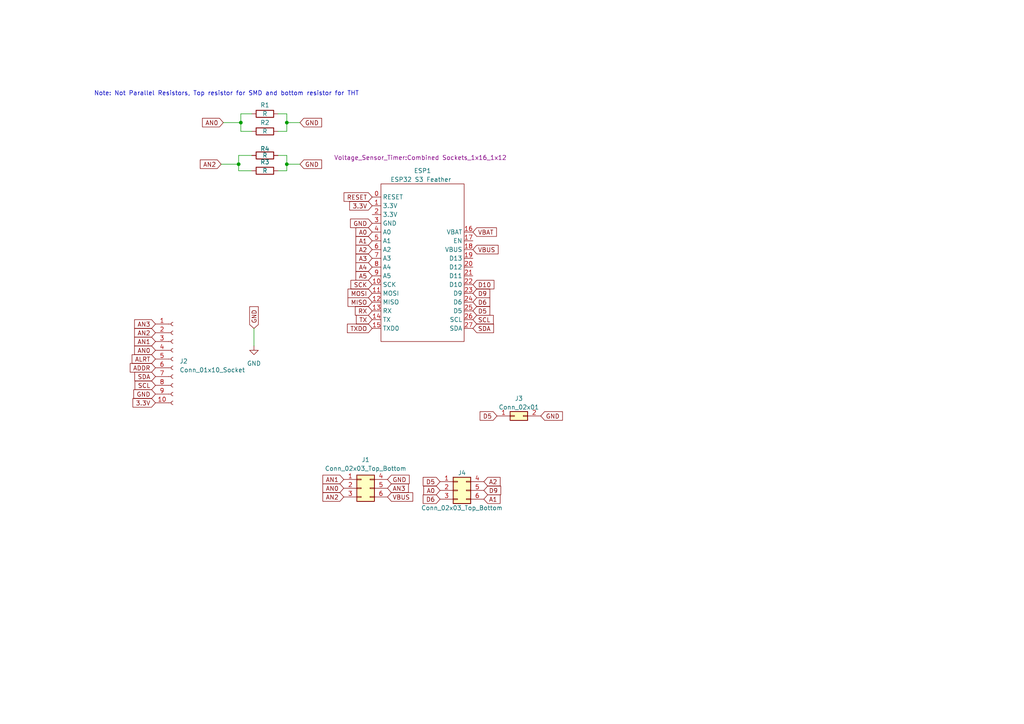
<source format=kicad_sch>
(kicad_sch (version 20230121) (generator eeschema)
  (paper "A4")
  (title_block (title "Voltage Sensor Timer") (date "2023-03-07") (rev "0"))
  (lib_symbols
    (symbol "Connector:Conn_01x10_Socket" (pin_names (offset 1.016) hide)
      (property "Reference" "J" (at 0 12.7 0))
      (property "Value" "Conn_01x10_Socket" (at 0 -15.24 0))
      (symbol "Conn_01x10_Socket_1_1"
        (arc (start 0 -12.192) (mid -0.5058 -12.7) (end 0 -13.208) (stroke (width 0.1524)))
        (arc (start 0 -9.652) (mid -0.5058 -10.16) (end 0 -10.668) (stroke (width 0.1524)))
        (arc (start 0 -7.112) (mid -0.5058 -7.62) (end 0 -8.128) (stroke (width 0.1524)))
        (arc (start 0 -4.572) (mid -0.5058 -5.08) (end 0 -5.588) (stroke (width 0.1524)))
        (arc (start 0 -2.032) (mid -0.5058 -2.54) (end 0 -3.048) (stroke (width 0.1524)))
        (polyline (pts (xy -1.27 -12.7) (xy -0.508 -12.7)) (stroke (width 0.1524)))
        (polyline (pts (xy -1.27 -10.16) (xy -0.508 -10.16)) (stroke (width 0.1524)))
        (polyline (pts (xy -1.27 -7.62) (xy -0.508 -7.62)) (stroke (width 0.1524)))
        (polyline (pts (xy -1.27 -5.08) (xy -0.508 -5.08)) (stroke (width 0.1524)))
        (polyline (pts (xy -1.27 -2.54) (xy -0.508 -2.54)) (stroke (width 0.1524)))
        (polyline (pts (xy -1.27 0) (xy -0.508 0)) (stroke (width 0.1524)))
        (polyline (pts (xy -1.27 2.54) (xy -0.508 2.54)) (stroke (width 0.1524)))
        (polyline (pts (xy -1.27 5.08) (xy -0.508 5.08)) (stroke (width 0.1524)))
        (polyline (pts (xy -1.27 7.62) (xy -0.508 7.62)) (stroke (width 0.1524)))
        (polyline (pts (xy -1.27 10.16) (xy -0.508 10.16)) (stroke (width 0.1524)))
        (arc (start 0 0.508) (mid -0.5058 0) (end 0 -0.508) (stroke (width 0.1524)))
        (arc (start 0 3.048) (mid -0.5058 2.54) (end 0 2.032) (stroke (width 0.1524)))
        (arc (start 0 5.588) (mid -0.5058 5.08) (end 0 4.572) (stroke (width 0.1524)))
        (arc (start 0 8.128) (mid -0.5058 7.62) (end 0 7.112) (stroke (width 0.1524)))
        (arc (start 0 10.668) (mid -0.5058 10.16) (end 0 9.652) (stroke (width 0.1524)))
        (pin passive line (at -5.08 10.16 0) (length 3.81) (name "Pin_1") (number "1"))
        (pin passive line (at -5.08 -12.7 0) (length 3.81) (name "Pin_10") (number "10"))
        (pin passive line (at -5.08 7.62 0) (length 3.81) (name "Pin_2") (number "2"))
        (pin passive line (at -5.08 5.08 0) (length 3.81) (name "Pin_3") (number "3"))
        (pin passive line (at -5.08 2.54 0) (length 3.81) (name "Pin_4") (number "4"))
        (pin passive line (at -5.08 0 0) (length 3.81) (name "Pin_5") (number "5"))
        (pin passive line (at -5.08 -2.54 0) (length 3.81) (name "Pin_6") (number "6"))
        (pin passive line (at -5.08 -5.08 0) (length 3.81) (name "Pin_7") (number "7"))
        (pin passive line (at -5.08 -7.62 0) (length 3.81) (name "Pin_8") (number "8"))
        (pin passive line (at -5.08 -10.16 0) (length 3.81) (name "Pin_9") (number "9"))
      )
    )
    (symbol "Connector_Generic:Conn_02x01" (pin_names (offset 1.016) hide)
      (property "Reference" "J" (at 1.27 2.54 0))
      (property "Value" "Conn_02x01" (at 1.27 -2.54 0))
      (symbol "Conn_02x01_1_1"
        (rectangle (start -1.27 0.127) (end 0 -0.127) (stroke (width 0.1524)))
        (rectangle (start -1.27 1.27) (end 3.81 -1.27) (stroke (width 0.254)) (fill (type background)))
        (rectangle (start 3.81 0.127) (end 2.54 -0.127) (stroke (width 0.1524)))
        (pin passive line (at -5.08 0 0) (length 3.81) (name "Pin_1") (number "1"))
        (pin passive line (at 7.62 0 180) (length 3.81) (name "Pin_2") (number "2"))
      )
    )
    (symbol "Connector_Generic:Conn_02x03_Top_Bottom" (pin_names (offset 1.016) hide)
      (property "Reference" "J" (at 1.27 5.08 0))
      (property "Value" "Conn_02x03_Top_Bottom" (at 1.27 -5.08 0))
      (symbol "Conn_02x03_Top_Bottom_1_1"
        (rectangle (start -1.27 -2.413) (end 0 -2.667) (stroke (width 0.1524)))
        (rectangle (start -1.27 0.127) (end 0 -0.127) (stroke (width 0.1524)))
        (rectangle (start -1.27 2.667) (end 0 2.413) (stroke (width 0.1524)))
        (rectangle (start -1.27 3.81) (end 3.81 -3.81) (stroke (width 0.254)) (fill (type background)))
        (rectangle (start 3.81 -2.413) (end 2.54 -2.667) (stroke (width 0.1524)))
        (rectangle (start 3.81 0.127) (end 2.54 -0.127) (stroke (width 0.1524)))
        (rectangle (start 3.81 2.667) (end 2.54 2.413) (stroke (width 0.1524)))
        (pin passive line (at -5.08 2.54 0) (length 3.81) (name "Pin_1") (number "1"))
        (pin passive line (at -5.08 0 0) (length 3.81) (name "Pin_2") (number "2"))
        (pin passive line (at -5.08 -2.54 0) (length 3.81) (name "Pin_3") (number "3"))
        (pin passive line (at 7.62 2.54 180) (length 3.81) (name "Pin_4") (number "4"))
        (pin passive line (at 7.62 0 180) (length 3.81) (name "Pin_5") (number "5"))
        (pin passive line (at 7.62 -2.54 180) (length 3.81) (name "Pin_6") (number "6"))
      )
    )
    (symbol "Device:R" (pin_numbers hide) (pin_names (offset 0))
      (property "Reference" "R" (at 2.032 0 90))
      (property "Value" "R" (at 0 0 90))
      (symbol "R_0_1"
        (rectangle (start -1.016 -2.54) (end 1.016 2.54) (stroke (width 0.254)))
      )
      (symbol "R_1_1"
        (pin passive line (at 0 3.81 270) (length 1.27) (name "~") (number "1"))
        (pin passive line (at 0 -3.81 90) (length 1.27) (name "~") (number "2"))
      )
    )
    (symbol "Voltage_Sensor_Timer:ESP32_S3_Feather"
      (property "Reference" "IC" (at -13.97 3.81 0))
      (property "Value" "ESP32 S3 Feather " (at 0 24.13 0))
      (symbol "ESP32_S3_Feather_0_1"
        (rectangle (start -11.43 21.59) (end 12.7 -24.13))
      )
      (symbol "ESP32_S3_Feather_1_1"
        (pin input line (at -13.97 17.78 0) (length 2.54) (name "RESET") (number "0"))
        (pin input line (at -13.97 15.24 0) (length 2.54) (name "3.3V") (number "1"))
        (pin input line (at -13.97 -7.62 0) (length 2.54) (name "SCK") (number "10"))
        (pin input line (at -13.97 -10.16 0) (length 2.54) (name "MOSI") (number "11"))
        (pin input line (at -13.97 -12.7 0) (length 2.54) (name "MISO") (number "12"))
        (pin input line (at -13.97 -15.24 0) (length 2.54) (name "RX") (number "13"))
        (pin input line (at -13.97 -17.78 0) (length 2.54) (name "TX") (number "14"))
        (pin input line (at -13.97 -20.32 0) (length 2.54) (name "TXD0") (number "15"))
        (pin input line (at 15.24 7.62 180) (length 2.54) (name "VBAT") (number "16"))
        (pin input line (at 15.24 5.08 180) (length 2.54) (name "EN") (number "17"))
        (pin input line (at 15.24 2.54 180) (length 2.54) (name "VBUS") (number "18"))
        (pin input line (at 15.24 0 180) (length 2.54) (name "D13") (number "19"))
        (pin input line (at -13.97 12.7 0) (length 2.54) (name "3.3V") (number "2"))
        (pin input line (at 15.24 -2.54 180) (length 2.54) (name "D12") (number "20"))
        (pin input line (at 15.24 -5.08 180) (length 2.54) (name "D11") (number "21"))
        (pin input line (at 15.24 -7.62 180) (length 2.54) (name "D10") (number "22"))
        (pin input line (at 15.24 -10.16 180) (length 2.54) (name "D9") (number "23"))
        (pin input line (at 15.24 -12.7 180) (length 2.54) (name "D6") (number "24"))
        (pin input line (at 15.24 -15.24 180) (length 2.54) (name "D5") (number "25"))
        (pin input line (at 15.24 -17.78 180) (length 2.54) (name "SCL") (number "26"))
        (pin input line (at 15.24 -20.32 180) (length 2.54) (name "SDA") (number "27"))
        (pin input line (at -13.97 10.16 0) (length 2.54) (name "GND") (number "3"))
        (pin input line (at -13.97 7.62 0) (length 2.54) (name "A0") (number "4"))
        (pin input line (at -13.97 5.08 0) (length 2.54) (name "A1") (number "5"))
        (pin input line (at -13.97 2.54 0) (length 2.54) (name "A2") (number "6"))
        (pin input line (at -13.97 0 0) (length 2.54) (name "A3") (number "7"))
        (pin input line (at -13.97 -2.54 0) (length 2.54) (name "A4") (number "8"))
        (pin input line (at -13.97 -5.08 0) (length 2.54) (name "A5") (number "9"))
      )
    )
    (symbol "power:GND" (power) (pin_names (offset 0))
      (property "Value" "GND" (at 0 -3.81 0))
      (symbol "GND_0_1"
        (polyline (pts (xy 0 0) (xy 0 -1.27) (xy 1.27 -1.27) (xy 0 -2.54) (xy -1.27 -1.27) (xy 0 -1.27)))
      )
      (symbol "GND_1_1"
        (pin power_in line (at 0 0 270) (length 0) hide (name "GND") (number "1"))
      )
    )
  )
  (junction (at 83.185 35.56))
  (junction (at 69.215 47.625))
  (junction (at 69.85 35.56))
  (junction (at 83.185 47.625))
  (wire (pts (xy 69.85 35.56) (xy 69.85 38.1)))
  (wire (pts (xy 73.66 95.25) (xy 73.66 100.33)))
  (wire (pts (xy 69.85 33.02) (xy 69.85 35.56)))
  (wire (pts (xy 69.215 47.625) (xy 69.215 45.085)))
  (wire (pts (xy 83.185 45.085) (xy 83.185 47.625)))
  (wire (pts (xy 73.025 49.53) (xy 69.215 49.53)))
  (wire (pts (xy 83.185 47.625) (xy 83.185 49.53)))
  (wire (pts (xy 80.645 45.085) (xy 83.185 45.085)))
  (wire (pts (xy 80.645 38.1) (xy 83.185 38.1)))
  (wire (pts (xy 69.215 47.625) (xy 69.215 49.53)))
  (wire (pts (xy 64.77 35.56) (xy 69.85 35.56)))
  (wire (pts (xy 64.135 47.625) (xy 69.215 47.625)))
  (wire (pts (xy 69.85 38.1) (xy 73.025 38.1)))
  (wire (pts (xy 86.995 47.625) (xy 83.185 47.625)))
  (wire (pts (xy 73.025 33.02) (xy 69.85 33.02)))
  (wire (pts (xy 69.215 45.085) (xy 73.025 45.085)))
  (wire (pts (xy 80.645 33.02) (xy 83.185 33.02)))
  (wire (pts (xy 83.185 35.56) (xy 86.995 35.56)))
  (wire (pts (xy 83.185 33.02) (xy 83.185 35.56)))
  (wire (pts (xy 80.645 49.53) (xy 83.185 49.53)))
  (wire (pts (xy 83.185 35.56) (xy 83.185 38.1)))
  (text "Note: Not Parallel Resistors, Top resistor for SMD and bottom resistor for THT" (at 104.14 27.94 0) (effects (font (size 1.27 1.27)) (justify right bottom)))
  (global_label "D5" (shape input) (at 144.145 120.65 180) (property "Intersheetrefs" "${INTERSHEET_REFS}" (effects hide)))
  (global_label "ALRT" (shape input) (at 45.085 104.14 180) (property "Intersheetrefs" "${INTERSHEET_REFS}" (effects hide)))
  (global_label "ADDR" (shape input) (at 45.085 106.68 180) (property "Intersheetrefs" "${INTERSHEET_REFS}" (effects hide)))
  (global_label "GND" (shape input) (at 86.995 47.625 0) (property "Intersheetrefs" "${INTERSHEET_REFS}" (effects hide)))
  (global_label "AN0" (shape input) (at 45.085 101.6 180) (property "Intersheetrefs" "${INTERSHEET_REFS}" (effects hide)))
  (global_label "D5" (shape input) (at 137.16 90.17 0) (property "Intersheetrefs" "${INTERSHEET_REFS}" (effects hide)))
  (global_label "AN1" (shape input) (at 99.695 139.065 180) (property "Intersheetrefs" "${INTERSHEET_REFS}" (effects hide)))
  (global_label "D5" (shape input) (at 127.635 139.7 180) (property "Intersheetrefs" "${INTERSHEET_REFS}" (effects hide)))
  (global_label "3.3V" (shape input) (at 45.085 116.84 180) (property "Intersheetrefs" "${INTERSHEET_REFS}" (effects hide)))
  (global_label "VBAT" (shape input) (at 137.16 67.31 0) (property "Intersheetrefs" "${INTERSHEET_REFS}" (effects hide)))
  (global_label "AN3" (shape input) (at 112.395 141.605 0) (property "Intersheetrefs" "${INTERSHEET_REFS}" (effects hide)))
  (global_label "A0" (shape input) (at 127.635 142.24 180) (property "Intersheetrefs" "${INTERSHEET_REFS}" (effects hide)))
  (global_label "SDA" (shape input) (at 45.085 109.22 180) (property "Intersheetrefs" "${INTERSHEET_REFS}" (effects hide)))
  (global_label "GND" (shape input) (at 107.95 64.77 180) (property "Intersheetrefs" "${INTERSHEET_REFS}" (effects hide)))
  (global_label "SCK" (shape input) (at 107.95 82.55 180) (property "Intersheetrefs" "${INTERSHEET_REFS}" (effects hide)))
  (global_label "GND" (shape input) (at 45.085 114.3 180) (property "Intersheetrefs" "${INTERSHEET_REFS}" (effects hide)))
  (global_label "GND" (shape input) (at 156.845 120.65 0) (property "Intersheetrefs" "${INTERSHEET_REFS}" (effects hide)))
  (global_label "D9" (shape input) (at 140.335 142.24 0) (property "Intersheetrefs" "${INTERSHEET_REFS}" (effects hide)))
  (global_label "RESET" (shape input) (at 107.95 57.15 180) (property "Intersheetrefs" "${INTERSHEET_REFS}" (effects hide)))
  (global_label "AN0" (shape input) (at 99.695 141.605 180) (property "Intersheetrefs" "${INTERSHEET_REFS}" (effects hide)))
  (global_label "D9" (shape input) (at 137.16 85.09 0) (property "Intersheetrefs" "${INTERSHEET_REFS}" (effects hide)))
  (global_label "AN2" (shape input) (at 45.085 96.52 180) (property "Intersheetrefs" "${INTERSHEET_REFS}" (effects hide)))
  (global_label "SCL" (shape input) (at 45.085 111.76 180) (property "Intersheetrefs" "${INTERSHEET_REFS}" (effects hide)))
  (global_label "GND" (shape input) (at 86.995 35.56 0) (property "Intersheetrefs" "${INTERSHEET_REFS}" (effects hide)))
  (global_label "A0" (shape input) (at 107.95 67.31 180) (property "Intersheetrefs" "${INTERSHEET_REFS}" (effects hide)))
  (global_label "A1" (shape input) (at 107.95 69.85 180) (property "Intersheetrefs" "${INTERSHEET_REFS}" (effects hide)))
  (global_label "D6" (shape input) (at 127.635 144.78 180) (property "Intersheetrefs" "${INTERSHEET_REFS}" (effects hide)))
  (global_label "AN2" (shape input) (at 99.695 144.145 180) (property "Intersheetrefs" "${INTERSHEET_REFS}" (effects hide)))
  (global_label "MOSI" (shape input) (at 107.95 85.09 180) (property "Intersheetrefs" "${INTERSHEET_REFS}" (effects hide)))
  (global_label "A3" (shape input) (at 107.95 74.93 180) (property "Intersheetrefs" "${INTERSHEET_REFS}" (effects hide)))
  (global_label "AN0" (shape input) (at 64.77 35.56 180) (property "Intersheetrefs" "${INTERSHEET_REFS}" (effects hide)))
  (global_label "AN1" (shape input) (at 45.085 99.06 180) (property "Intersheetrefs" "${INTERSHEET_REFS}" (effects hide)))
  (global_label "GND" (shape input) (at 73.66 95.25 90) (property "Intersheetrefs" "${INTERSHEET_REFS}" (effects hide)))
  (global_label "VBUS" (shape input) (at 137.16 72.39 0) (property "Intersheetrefs" "${INTERSHEET_REFS}" (effects hide)))
  (global_label "TX" (shape input) (at 107.95 92.71 180) (property "Intersheetrefs" "${INTERSHEET_REFS}" (effects hide)))
  (global_label "SCL" (shape input) (at 137.16 92.71 0) (property "Intersheetrefs" "${INTERSHEET_REFS}" (effects hide)))
  (global_label "VBUS" (shape input) (at 112.395 144.145 0) (property "Intersheetrefs" "${INTERSHEET_REFS}" (effects hide)))
  (global_label "TXDO" (shape input) (at 107.95 95.25 180) (property "Intersheetrefs" "${INTERSHEET_REFS}" (effects hide)))
  (global_label "3.3V" (shape input) (at 107.95 59.69 180) (property "Intersheetrefs" "${INTERSHEET_REFS}" (effects hide)))
  (global_label "SDA" (shape input) (at 137.16 95.25 0) (property "Intersheetrefs" "${INTERSHEET_REFS}" (effects hide)))
  (global_label "A2" (shape input) (at 107.95 72.39 180) (property "Intersheetrefs" "${INTERSHEET_REFS}" (effects hide)))
  (global_label "GND" (shape input) (at 112.395 139.065 0) (property "Intersheetrefs" "${INTERSHEET_REFS}" (effects hide)))
  (global_label "D6" (shape input) (at 137.16 87.63 0) (property "Intersheetrefs" "${INTERSHEET_REFS}" (effects hide)))
  (global_label "A1" (shape input) (at 140.335 144.78 0) (property "Intersheetrefs" "${INTERSHEET_REFS}" (effects hide)))
  (global_label "AN2" (shape input) (at 64.135 47.625 180) (property "Intersheetrefs" "${INTERSHEET_REFS}" (effects hide)))
  (global_label "A4" (shape input) (at 107.95 77.47 180) (property "Intersheetrefs" "${INTERSHEET_REFS}" (effects hide)))
  (global_label "MISO" (shape input) (at 107.95 87.63 180) (property "Intersheetrefs" "${INTERSHEET_REFS}" (effects hide)))
  (global_label "AN3" (shape input) (at 45.085 93.98 180) (property "Intersheetrefs" "${INTERSHEET_REFS}" (effects hide)))
  (global_label "A2" (shape input) (at 140.335 139.7 0) (property "Intersheetrefs" "${INTERSHEET_REFS}" (effects hide)))
  (global_label "RX" (shape input) (at 107.95 90.17 180) (property "Intersheetrefs" "${INTERSHEET_REFS}" (effects hide)))
  (global_label "D10" (shape input) (at 137.16 82.55 0) (property "Intersheetrefs" "${INTERSHEET_REFS}" (effects hide)))
  (global_label "A5" (shape input) (at 107.95 80.01 180) (property "Intersheetrefs" "${INTERSHEET_REFS}" (effects hide)))
  (symbol (lib_id "Device:R") (at 76.835 45.085 90) (unit 1)
    (property "Reference" "R4" (at 76.835 43.18 90))
    (property "Value" "R" (at 76.835 45.085 90))
    (property "Footprint" "Resistor_SMD:R_0805_2012Metric" (effects hide))
  )
  (symbol (lib_id "Device:R") (at 76.835 38.1 90) (unit 1)
    (property "Reference" "R2" (at 76.835 35.56 90))
    (property "Value" "R" (at 76.835 38.1 90))
    (property "Footprint" "Resistor_THT:R_Axial_DIN0411_L9.9mm_D3.6mm_P12.70mm_Horizontal" (effects hide))
  )
  (symbol (lib_id "Connector_Generic:Conn_02x01") (at 149.225 120.65 0) (unit 1)
    (property "Reference" "J3" (at 150.495 115.57 0))
    (property "Value" "Conn_02x01" (at 150.495 118.11 0))
    (property "Footprint" "Connector_PinHeader_2.54mm:PinHeader_1x02_P2.54mm_Vertical" (effects hide))
  )
  (symbol (lib_id "Voltage_Sensor_Timer:ESP32_S3_Feather") (at 121.92 74.93 0) (unit 1)
    (property "Reference" "ESP1" (at 122.555 49.53 0))
    (property "Value" "ESP32 S3 Feather " (at 122.555 52.07 0))
    (property "Footprint" "Voltage_Sensor_Timer:Combined Sockets_1x16_1x12" (at 121.92 45.72 0))
  )
  (symbol (lib_id "power:GND") (at 73.66 100.33 0) (unit 1)
    (property "Reference" "#PWR01" (effects hide))
    (property "Value" "GND" (at 73.66 105.41 0))
  )
  (symbol (lib_id "Connector_Generic:Conn_02x03_Top_Bottom") (at 132.715 142.24 0) (unit 1)
    (property "Reference" "J4" (at 133.985 137.16 0))
    (property "Value" "Conn_02x03_Top_Bottom" (at 133.985 147.32 0))
    (property "Footprint" "Connector_PinHeader_2.54mm:PinHeader_2x03_P2.54mm_Horizontal" (effects hide))
  )
  (symbol (lib_id "Connector:Conn_01x10_Socket") (at 50.165 104.14 0) (unit 1)
    (property "Reference" "J2" (at 52.07 104.775 0) (effects (justify left)))
    (property "Value" "Conn_01x10_Socket" (at 52.07 107.315 0) (effects (justify left)))
    (property "Footprint" "Voltage_Sensor_Timer:PinSocket_1x10_P2.54mm_Vertical_1" (effects hide))
  )
  (symbol (lib_id "Device:R") (at 76.835 49.53 90) (unit 1)
    (property "Reference" "R3" (at 76.835 46.99 90))
    (property "Value" "R" (at 76.835 49.53 90))
    (property "Footprint" "Resistor_THT:R_Axial_DIN0411_L9.9mm_D3.6mm_P12.70mm_Horizontal" (effects hide))
  )
  (symbol (lib_id "Connector_Generic:Conn_02x03_Top_Bottom") (at 104.775 141.605 0) (unit 1)
    (property "Reference" "J1" (at 106.045 133.35 0))
    (property "Value" "Conn_02x03_Top_Bottom" (at 106.045 135.89 0))
    (property "Footprint" "Connector_PinHeader_2.54mm:PinHeader_2x03_P2.54mm_Horizontal" (effects hide))
  )
  (symbol (lib_id "Device:R") (at 76.835 33.02 90) (unit 1)
    (property "Reference" "R1" (at 76.835 30.48 90))
    (property "Value" "R" (at 76.835 33.02 90))
    (property "Footprint" "Resistor_SMD:R_0805_2012Metric" (effects hide))
  )
)
</source>
